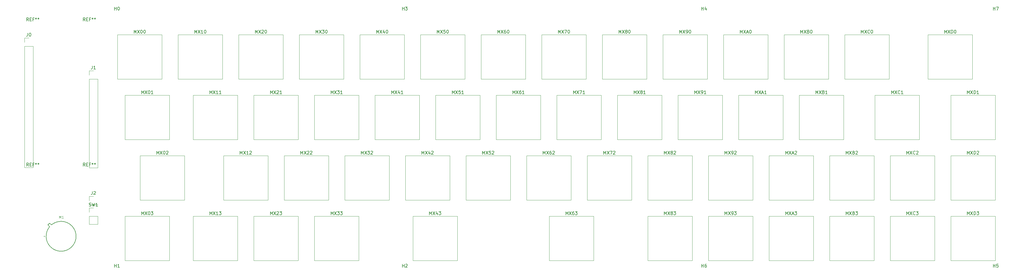
<source format=gbr>
G04 #@! TF.GenerationSoftware,KiCad,Pcbnew,(5.1.5)-3*
G04 #@! TF.CreationDate,2021-01-28T08:37:11+08:00*
G04 #@! TF.ProjectId,k54,6b35342e-6b69-4636-9164-5f7063625858,rev?*
G04 #@! TF.SameCoordinates,Original*
G04 #@! TF.FileFunction,Legend,Top*
G04 #@! TF.FilePolarity,Positive*
%FSLAX46Y46*%
G04 Gerber Fmt 4.6, Leading zero omitted, Abs format (unit mm)*
G04 Created by KiCad (PCBNEW (5.1.5)-3) date 2021-01-28 08:37:11*
%MOMM*%
%LPD*%
G04 APERTURE LIST*
%ADD10C,0.127000*%
%ADD11C,0.200000*%
%ADD12C,0.120000*%
%ADD13C,0.150000*%
%ADD14C,0.015000*%
G04 APERTURE END LIST*
D10*
X267615140Y-252940830D02*
X268180830Y-253506510D01*
X268180830Y-252375140D02*
X267615140Y-252940830D01*
X268746510Y-252940830D02*
X268180830Y-252375140D01*
X275110470Y-253209529D02*
G75*
G03X268746510Y-252940830I-3328445J-3334573D01*
G01*
X275110470Y-259870470D02*
G75*
G03X275110470Y-253209530I-3330470J3330470D01*
G01*
X268449530Y-259870470D02*
G75*
G03X275110470Y-259870470I3330470J3330470D01*
G01*
X268180830Y-253506510D02*
G75*
G03X268449530Y-259870470I3603771J-3035494D01*
G01*
D11*
X266600000Y-256540000D02*
G75*
G03X266600000Y-256540000I-100000J0D01*
G01*
D12*
X280610000Y-247590000D02*
X281940000Y-247590000D01*
X280610000Y-248920000D02*
X280610000Y-247590000D01*
X280610000Y-250190000D02*
X283270000Y-250190000D01*
X283270000Y-250190000D02*
X283270000Y-252790000D01*
X280610000Y-250190000D02*
X280610000Y-252790000D01*
X280610000Y-252790000D02*
X283270000Y-252790000D01*
X551418125Y-264160000D02*
X551418125Y-250190000D01*
X565388125Y-264160000D02*
X551418125Y-264160000D01*
X565388125Y-250190000D02*
X565388125Y-264160000D01*
X551418125Y-250190000D02*
X565388125Y-250190000D01*
X551418125Y-245110000D02*
X551418125Y-231140000D01*
X565388125Y-245110000D02*
X551418125Y-245110000D01*
X565388125Y-231140000D02*
X565388125Y-245110000D01*
X551418125Y-231140000D02*
X565388125Y-231140000D01*
X551418125Y-226060000D02*
X551418125Y-212090000D01*
X565388125Y-226060000D02*
X551418125Y-226060000D01*
X565388125Y-212090000D02*
X565388125Y-226060000D01*
X551418125Y-212090000D02*
X565388125Y-212090000D01*
X544274375Y-207010000D02*
X544274375Y-193040000D01*
X558244375Y-207010000D02*
X544274375Y-207010000D01*
X558244375Y-193040000D02*
X558244375Y-207010000D01*
X544274375Y-193040000D02*
X558244375Y-193040000D01*
X532368125Y-264160000D02*
X532368125Y-250190000D01*
X546338125Y-264160000D02*
X532368125Y-264160000D01*
X546338125Y-250190000D02*
X546338125Y-264160000D01*
X532368125Y-250190000D02*
X546338125Y-250190000D01*
X532368125Y-245110000D02*
X532368125Y-231140000D01*
X546338125Y-245110000D02*
X532368125Y-245110000D01*
X546338125Y-231140000D02*
X546338125Y-245110000D01*
X532368125Y-231140000D02*
X546338125Y-231140000D01*
X527605625Y-226060000D02*
X527605625Y-212090000D01*
X541575625Y-226060000D02*
X527605625Y-226060000D01*
X541575625Y-212090000D02*
X541575625Y-226060000D01*
X527605625Y-212090000D02*
X541575625Y-212090000D01*
X518080625Y-207010000D02*
X518080625Y-193040000D01*
X532050625Y-207010000D02*
X518080625Y-207010000D01*
X532050625Y-193040000D02*
X532050625Y-207010000D01*
X518080625Y-193040000D02*
X532050625Y-193040000D01*
X513318125Y-264160000D02*
X513318125Y-250190000D01*
X527288125Y-264160000D02*
X513318125Y-264160000D01*
X527288125Y-250190000D02*
X527288125Y-264160000D01*
X513318125Y-250190000D02*
X527288125Y-250190000D01*
X513318125Y-245110000D02*
X513318125Y-231140000D01*
X527288125Y-245110000D02*
X513318125Y-245110000D01*
X527288125Y-231140000D02*
X527288125Y-245110000D01*
X513318125Y-231140000D02*
X527288125Y-231140000D01*
X503793125Y-226060000D02*
X503793125Y-212090000D01*
X517763125Y-226060000D02*
X503793125Y-226060000D01*
X517763125Y-212090000D02*
X517763125Y-226060000D01*
X503793125Y-212090000D02*
X517763125Y-212090000D01*
X499030625Y-207010000D02*
X499030625Y-193040000D01*
X513000625Y-207010000D02*
X499030625Y-207010000D01*
X513000625Y-193040000D02*
X513000625Y-207010000D01*
X499030625Y-193040000D02*
X513000625Y-193040000D01*
X494268125Y-264160000D02*
X494268125Y-250190000D01*
X508238125Y-264160000D02*
X494268125Y-264160000D01*
X508238125Y-250190000D02*
X508238125Y-264160000D01*
X494268125Y-250190000D02*
X508238125Y-250190000D01*
X494268125Y-245110000D02*
X494268125Y-231140000D01*
X508238125Y-245110000D02*
X494268125Y-245110000D01*
X508238125Y-231140000D02*
X508238125Y-245110000D01*
X494268125Y-231140000D02*
X508238125Y-231140000D01*
X484743125Y-226060000D02*
X484743125Y-212090000D01*
X498713125Y-226060000D02*
X484743125Y-226060000D01*
X498713125Y-212090000D02*
X498713125Y-226060000D01*
X484743125Y-212090000D02*
X498713125Y-212090000D01*
X479980625Y-207010000D02*
X479980625Y-193040000D01*
X493950625Y-207010000D02*
X479980625Y-207010000D01*
X493950625Y-193040000D02*
X493950625Y-207010000D01*
X479980625Y-193040000D02*
X493950625Y-193040000D01*
X475218125Y-264160000D02*
X475218125Y-250190000D01*
X489188125Y-264160000D02*
X475218125Y-264160000D01*
X489188125Y-250190000D02*
X489188125Y-264160000D01*
X475218125Y-250190000D02*
X489188125Y-250190000D01*
X475218125Y-245110000D02*
X475218125Y-231140000D01*
X489188125Y-245110000D02*
X475218125Y-245110000D01*
X489188125Y-231140000D02*
X489188125Y-245110000D01*
X475218125Y-231140000D02*
X489188125Y-231140000D01*
X465693125Y-226060000D02*
X465693125Y-212090000D01*
X479663125Y-226060000D02*
X465693125Y-226060000D01*
X479663125Y-212090000D02*
X479663125Y-226060000D01*
X465693125Y-212090000D02*
X479663125Y-212090000D01*
X460930625Y-207010000D02*
X460930625Y-193040000D01*
X474900625Y-207010000D02*
X460930625Y-207010000D01*
X474900625Y-193040000D02*
X474900625Y-207010000D01*
X460930625Y-193040000D02*
X474900625Y-193040000D01*
X456168125Y-264160000D02*
X456168125Y-250190000D01*
X470138125Y-264160000D02*
X456168125Y-264160000D01*
X470138125Y-250190000D02*
X470138125Y-264160000D01*
X456168125Y-250190000D02*
X470138125Y-250190000D01*
X456168125Y-245110000D02*
X456168125Y-231140000D01*
X470138125Y-245110000D02*
X456168125Y-245110000D01*
X470138125Y-231140000D02*
X470138125Y-245110000D01*
X456168125Y-231140000D02*
X470138125Y-231140000D01*
X446643125Y-226060000D02*
X446643125Y-212090000D01*
X460613125Y-226060000D02*
X446643125Y-226060000D01*
X460613125Y-212090000D02*
X460613125Y-226060000D01*
X446643125Y-212090000D02*
X460613125Y-212090000D01*
X441880625Y-207010000D02*
X441880625Y-193040000D01*
X455850625Y-207010000D02*
X441880625Y-207010000D01*
X455850625Y-193040000D02*
X455850625Y-207010000D01*
X441880625Y-193040000D02*
X455850625Y-193040000D01*
X437118125Y-245110000D02*
X437118125Y-231140000D01*
X451088125Y-245110000D02*
X437118125Y-245110000D01*
X451088125Y-231140000D02*
X451088125Y-245110000D01*
X437118125Y-231140000D02*
X451088125Y-231140000D01*
X427593125Y-226060000D02*
X427593125Y-212090000D01*
X441563125Y-226060000D02*
X427593125Y-226060000D01*
X441563125Y-212090000D02*
X441563125Y-226060000D01*
X427593125Y-212090000D02*
X441563125Y-212090000D01*
X422830625Y-207010000D02*
X422830625Y-193040000D01*
X436800625Y-207010000D02*
X422830625Y-207010000D01*
X436800625Y-193040000D02*
X436800625Y-207010000D01*
X422830625Y-193040000D02*
X436800625Y-193040000D01*
X425211875Y-264160000D02*
X425211875Y-250190000D01*
X439181875Y-264160000D02*
X425211875Y-264160000D01*
X439181875Y-250190000D02*
X439181875Y-264160000D01*
X425211875Y-250190000D02*
X439181875Y-250190000D01*
X418068125Y-245110000D02*
X418068125Y-231140000D01*
X432038125Y-245110000D02*
X418068125Y-245110000D01*
X432038125Y-231140000D02*
X432038125Y-245110000D01*
X418068125Y-231140000D02*
X432038125Y-231140000D01*
X408543125Y-226060000D02*
X408543125Y-212090000D01*
X422513125Y-226060000D02*
X408543125Y-226060000D01*
X422513125Y-212090000D02*
X422513125Y-226060000D01*
X408543125Y-212090000D02*
X422513125Y-212090000D01*
X403780625Y-207010000D02*
X403780625Y-193040000D01*
X417750625Y-207010000D02*
X403780625Y-207010000D01*
X417750625Y-193040000D02*
X417750625Y-207010000D01*
X403780625Y-193040000D02*
X417750625Y-193040000D01*
X399018125Y-245110000D02*
X399018125Y-231140000D01*
X412988125Y-245110000D02*
X399018125Y-245110000D01*
X412988125Y-231140000D02*
X412988125Y-245110000D01*
X399018125Y-231140000D02*
X412988125Y-231140000D01*
X389493125Y-226060000D02*
X389493125Y-212090000D01*
X403463125Y-226060000D02*
X389493125Y-226060000D01*
X403463125Y-212090000D02*
X403463125Y-226060000D01*
X389493125Y-212090000D02*
X403463125Y-212090000D01*
X384730625Y-207010000D02*
X384730625Y-193040000D01*
X398700625Y-207010000D02*
X384730625Y-207010000D01*
X398700625Y-193040000D02*
X398700625Y-207010000D01*
X384730625Y-193040000D02*
X398700625Y-193040000D01*
X382349375Y-264160000D02*
X382349375Y-250190000D01*
X396319375Y-264160000D02*
X382349375Y-264160000D01*
X396319375Y-250190000D02*
X396319375Y-264160000D01*
X382349375Y-250190000D02*
X396319375Y-250190000D01*
X379968125Y-245110000D02*
X379968125Y-231140000D01*
X393938125Y-245110000D02*
X379968125Y-245110000D01*
X393938125Y-231140000D02*
X393938125Y-245110000D01*
X379968125Y-231140000D02*
X393938125Y-231140000D01*
X370443125Y-226060000D02*
X370443125Y-212090000D01*
X384413125Y-226060000D02*
X370443125Y-226060000D01*
X384413125Y-212090000D02*
X384413125Y-226060000D01*
X370443125Y-212090000D02*
X384413125Y-212090000D01*
X365680625Y-207010000D02*
X365680625Y-193040000D01*
X379650625Y-207010000D02*
X365680625Y-207010000D01*
X379650625Y-193040000D02*
X379650625Y-207010000D01*
X365680625Y-193040000D02*
X379650625Y-193040000D01*
X351393125Y-264160000D02*
X351393125Y-250190000D01*
X365363125Y-264160000D02*
X351393125Y-264160000D01*
X365363125Y-250190000D02*
X365363125Y-264160000D01*
X351393125Y-250190000D02*
X365363125Y-250190000D01*
X360918125Y-245110000D02*
X360918125Y-231140000D01*
X374888125Y-245110000D02*
X360918125Y-245110000D01*
X374888125Y-231140000D02*
X374888125Y-245110000D01*
X360918125Y-231140000D02*
X374888125Y-231140000D01*
X351393125Y-226060000D02*
X351393125Y-212090000D01*
X365363125Y-226060000D02*
X351393125Y-226060000D01*
X365363125Y-212090000D02*
X365363125Y-226060000D01*
X351393125Y-212090000D02*
X365363125Y-212090000D01*
X346630625Y-207010000D02*
X346630625Y-193040000D01*
X360600625Y-207010000D02*
X346630625Y-207010000D01*
X360600625Y-193040000D02*
X360600625Y-207010000D01*
X346630625Y-193040000D02*
X360600625Y-193040000D01*
X332343125Y-264160000D02*
X332343125Y-250190000D01*
X346313125Y-264160000D02*
X332343125Y-264160000D01*
X346313125Y-250190000D02*
X346313125Y-264160000D01*
X332343125Y-250190000D02*
X346313125Y-250190000D01*
X341868125Y-245110000D02*
X341868125Y-231140000D01*
X355838125Y-245110000D02*
X341868125Y-245110000D01*
X355838125Y-231140000D02*
X355838125Y-245110000D01*
X341868125Y-231140000D02*
X355838125Y-231140000D01*
X332343125Y-226060000D02*
X332343125Y-212090000D01*
X346313125Y-226060000D02*
X332343125Y-226060000D01*
X346313125Y-212090000D02*
X346313125Y-226060000D01*
X332343125Y-212090000D02*
X346313125Y-212090000D01*
X327580625Y-207010000D02*
X327580625Y-193040000D01*
X341550625Y-207010000D02*
X327580625Y-207010000D01*
X341550625Y-193040000D02*
X341550625Y-207010000D01*
X327580625Y-193040000D02*
X341550625Y-193040000D01*
X313293125Y-264160000D02*
X313293125Y-250190000D01*
X327263125Y-264160000D02*
X313293125Y-264160000D01*
X327263125Y-250190000D02*
X327263125Y-264160000D01*
X313293125Y-250190000D02*
X327263125Y-250190000D01*
X322818125Y-245110000D02*
X322818125Y-231140000D01*
X336788125Y-245110000D02*
X322818125Y-245110000D01*
X336788125Y-231140000D02*
X336788125Y-245110000D01*
X322818125Y-231140000D02*
X336788125Y-231140000D01*
X313293125Y-226060000D02*
X313293125Y-212090000D01*
X327263125Y-226060000D02*
X313293125Y-226060000D01*
X327263125Y-212090000D02*
X327263125Y-226060000D01*
X313293125Y-212090000D02*
X327263125Y-212090000D01*
X308530625Y-207010000D02*
X308530625Y-193040000D01*
X322500625Y-207010000D02*
X308530625Y-207010000D01*
X322500625Y-193040000D02*
X322500625Y-207010000D01*
X308530625Y-193040000D02*
X322500625Y-193040000D01*
X291861875Y-264160000D02*
X291861875Y-250190000D01*
X305831875Y-264160000D02*
X291861875Y-264160000D01*
X305831875Y-250190000D02*
X305831875Y-264160000D01*
X291861875Y-250190000D02*
X305831875Y-250190000D01*
X296624375Y-245110000D02*
X296624375Y-231140000D01*
X310594375Y-245110000D02*
X296624375Y-245110000D01*
X310594375Y-231140000D02*
X310594375Y-245110000D01*
X296624375Y-231140000D02*
X310594375Y-231140000D01*
X291861875Y-226060000D02*
X291861875Y-212090000D01*
X305831875Y-226060000D02*
X291861875Y-226060000D01*
X305831875Y-212090000D02*
X305831875Y-226060000D01*
X291861875Y-212090000D02*
X305831875Y-212090000D01*
X289480625Y-207010000D02*
X289480625Y-193040000D01*
X303450625Y-207010000D02*
X289480625Y-207010000D01*
X303450625Y-193040000D02*
X303450625Y-207010000D01*
X289480625Y-193040000D02*
X303450625Y-193040000D01*
X280607780Y-243938750D02*
X281937780Y-243938750D01*
X280607780Y-245268750D02*
X280607780Y-243938750D01*
X280607780Y-246538750D02*
X283267780Y-246538750D01*
X283267780Y-246538750D02*
X283267780Y-246598750D01*
X280607780Y-246538750D02*
X280607780Y-246598750D01*
X280607780Y-246598750D02*
X283267780Y-246598750D01*
X280610000Y-204410000D02*
X281940000Y-204410000D01*
X280610000Y-205740000D02*
X280610000Y-204410000D01*
X280610000Y-207010000D02*
X283270000Y-207010000D01*
X283270000Y-207010000D02*
X283270000Y-235010000D01*
X280610000Y-207010000D02*
X280610000Y-235010000D01*
X280610000Y-235010000D02*
X283270000Y-235010000D01*
X260290000Y-194091250D02*
X261620000Y-194091250D01*
X260290000Y-195421250D02*
X260290000Y-194091250D01*
X260290000Y-196691250D02*
X262950000Y-196691250D01*
X262950000Y-196691250D02*
X262950000Y-234851250D01*
X260290000Y-196691250D02*
X260290000Y-234851250D01*
X260290000Y-234851250D02*
X262950000Y-234851250D01*
D13*
X261556666Y-234442380D02*
X261223333Y-233966190D01*
X260985238Y-234442380D02*
X260985238Y-233442380D01*
X261366190Y-233442380D01*
X261461428Y-233490000D01*
X261509047Y-233537619D01*
X261556666Y-233632857D01*
X261556666Y-233775714D01*
X261509047Y-233870952D01*
X261461428Y-233918571D01*
X261366190Y-233966190D01*
X260985238Y-233966190D01*
X261985238Y-233918571D02*
X262318571Y-233918571D01*
X262461428Y-234442380D02*
X261985238Y-234442380D01*
X261985238Y-233442380D01*
X262461428Y-233442380D01*
X263223333Y-233918571D02*
X262890000Y-233918571D01*
X262890000Y-234442380D02*
X262890000Y-233442380D01*
X263366190Y-233442380D01*
X263890000Y-233442380D02*
X263890000Y-233680476D01*
X263651904Y-233585238D02*
X263890000Y-233680476D01*
X264128095Y-233585238D01*
X263747142Y-233870952D02*
X263890000Y-233680476D01*
X264032857Y-233870952D01*
X264651904Y-233442380D02*
X264651904Y-233680476D01*
X264413809Y-233585238D02*
X264651904Y-233680476D01*
X264890000Y-233585238D01*
X264509047Y-233870952D02*
X264651904Y-233680476D01*
X264794761Y-233870952D01*
X279336666Y-234442380D02*
X279003333Y-233966190D01*
X278765238Y-234442380D02*
X278765238Y-233442380D01*
X279146190Y-233442380D01*
X279241428Y-233490000D01*
X279289047Y-233537619D01*
X279336666Y-233632857D01*
X279336666Y-233775714D01*
X279289047Y-233870952D01*
X279241428Y-233918571D01*
X279146190Y-233966190D01*
X278765238Y-233966190D01*
X279765238Y-233918571D02*
X280098571Y-233918571D01*
X280241428Y-234442380D02*
X279765238Y-234442380D01*
X279765238Y-233442380D01*
X280241428Y-233442380D01*
X281003333Y-233918571D02*
X280670000Y-233918571D01*
X280670000Y-234442380D02*
X280670000Y-233442380D01*
X281146190Y-233442380D01*
X281670000Y-233442380D02*
X281670000Y-233680476D01*
X281431904Y-233585238D02*
X281670000Y-233680476D01*
X281908095Y-233585238D01*
X281527142Y-233870952D02*
X281670000Y-233680476D01*
X281812857Y-233870952D01*
X282431904Y-233442380D02*
X282431904Y-233680476D01*
X282193809Y-233585238D02*
X282431904Y-233680476D01*
X282670000Y-233585238D01*
X282289047Y-233870952D02*
X282431904Y-233680476D01*
X282574761Y-233870952D01*
X279336666Y-188722380D02*
X279003333Y-188246190D01*
X278765238Y-188722380D02*
X278765238Y-187722380D01*
X279146190Y-187722380D01*
X279241428Y-187770000D01*
X279289047Y-187817619D01*
X279336666Y-187912857D01*
X279336666Y-188055714D01*
X279289047Y-188150952D01*
X279241428Y-188198571D01*
X279146190Y-188246190D01*
X278765238Y-188246190D01*
X279765238Y-188198571D02*
X280098571Y-188198571D01*
X280241428Y-188722380D02*
X279765238Y-188722380D01*
X279765238Y-187722380D01*
X280241428Y-187722380D01*
X281003333Y-188198571D02*
X280670000Y-188198571D01*
X280670000Y-188722380D02*
X280670000Y-187722380D01*
X281146190Y-187722380D01*
X281670000Y-187722380D02*
X281670000Y-187960476D01*
X281431904Y-187865238D02*
X281670000Y-187960476D01*
X281908095Y-187865238D01*
X281527142Y-188150952D02*
X281670000Y-187960476D01*
X281812857Y-188150952D01*
X282431904Y-187722380D02*
X282431904Y-187960476D01*
X282193809Y-187865238D02*
X282431904Y-187960476D01*
X282670000Y-187865238D01*
X282289047Y-188150952D02*
X282431904Y-187960476D01*
X282574761Y-188150952D01*
X261556666Y-188722380D02*
X261223333Y-188246190D01*
X260985238Y-188722380D02*
X260985238Y-187722380D01*
X261366190Y-187722380D01*
X261461428Y-187770000D01*
X261509047Y-187817619D01*
X261556666Y-187912857D01*
X261556666Y-188055714D01*
X261509047Y-188150952D01*
X261461428Y-188198571D01*
X261366190Y-188246190D01*
X260985238Y-188246190D01*
X261985238Y-188198571D02*
X262318571Y-188198571D01*
X262461428Y-188722380D02*
X261985238Y-188722380D01*
X261985238Y-187722380D01*
X262461428Y-187722380D01*
X263223333Y-188198571D02*
X262890000Y-188198571D01*
X262890000Y-188722380D02*
X262890000Y-187722380D01*
X263366190Y-187722380D01*
X263890000Y-187722380D02*
X263890000Y-187960476D01*
X263651904Y-187865238D02*
X263890000Y-187960476D01*
X264128095Y-187865238D01*
X263747142Y-188150952D02*
X263890000Y-187960476D01*
X264032857Y-188150952D01*
X264651904Y-187722380D02*
X264651904Y-187960476D01*
X264413809Y-187865238D02*
X264651904Y-187960476D01*
X264890000Y-187865238D01*
X264509047Y-188150952D02*
X264651904Y-187960476D01*
X264794761Y-188150952D01*
D14*
X271172380Y-250893904D02*
X271172380Y-250093904D01*
X271439047Y-250665333D01*
X271705714Y-250093904D01*
X271705714Y-250893904D01*
X272505714Y-250893904D02*
X272048571Y-250893904D01*
X272277142Y-250893904D02*
X272277142Y-250093904D01*
X272200952Y-250208190D01*
X272124761Y-250284380D01*
X272048571Y-250322476D01*
D13*
X280606666Y-246994761D02*
X280749523Y-247042380D01*
X280987619Y-247042380D01*
X281082857Y-246994761D01*
X281130476Y-246947142D01*
X281178095Y-246851904D01*
X281178095Y-246756666D01*
X281130476Y-246661428D01*
X281082857Y-246613809D01*
X280987619Y-246566190D01*
X280797142Y-246518571D01*
X280701904Y-246470952D01*
X280654285Y-246423333D01*
X280606666Y-246328095D01*
X280606666Y-246232857D01*
X280654285Y-246137619D01*
X280701904Y-246090000D01*
X280797142Y-246042380D01*
X281035238Y-246042380D01*
X281178095Y-246090000D01*
X281511428Y-246042380D02*
X281749523Y-247042380D01*
X281940000Y-246328095D01*
X282130476Y-247042380D01*
X282368571Y-246042380D01*
X283273333Y-247042380D02*
X282701904Y-247042380D01*
X282987619Y-247042380D02*
X282987619Y-246042380D01*
X282892380Y-246185238D01*
X282797142Y-246280476D01*
X282701904Y-246328095D01*
X556617410Y-249753380D02*
X556617410Y-248753380D01*
X556950744Y-249467666D01*
X557284077Y-248753380D01*
X557284077Y-249753380D01*
X557665029Y-248753380D02*
X558331696Y-249753380D01*
X558331696Y-248753380D02*
X557665029Y-249753380D01*
X558712648Y-249753380D02*
X558712648Y-248753380D01*
X558950744Y-248753380D01*
X559093601Y-248801000D01*
X559188839Y-248896238D01*
X559236458Y-248991476D01*
X559284077Y-249181952D01*
X559284077Y-249324809D01*
X559236458Y-249515285D01*
X559188839Y-249610523D01*
X559093601Y-249705761D01*
X558950744Y-249753380D01*
X558712648Y-249753380D01*
X559617410Y-248753380D02*
X560236458Y-248753380D01*
X559903125Y-249134333D01*
X560045982Y-249134333D01*
X560141220Y-249181952D01*
X560188839Y-249229571D01*
X560236458Y-249324809D01*
X560236458Y-249562904D01*
X560188839Y-249658142D01*
X560141220Y-249705761D01*
X560045982Y-249753380D01*
X559760267Y-249753380D01*
X559665029Y-249705761D01*
X559617410Y-249658142D01*
X556617410Y-230703380D02*
X556617410Y-229703380D01*
X556950744Y-230417666D01*
X557284077Y-229703380D01*
X557284077Y-230703380D01*
X557665029Y-229703380D02*
X558331696Y-230703380D01*
X558331696Y-229703380D02*
X557665029Y-230703380D01*
X558712648Y-230703380D02*
X558712648Y-229703380D01*
X558950744Y-229703380D01*
X559093601Y-229751000D01*
X559188839Y-229846238D01*
X559236458Y-229941476D01*
X559284077Y-230131952D01*
X559284077Y-230274809D01*
X559236458Y-230465285D01*
X559188839Y-230560523D01*
X559093601Y-230655761D01*
X558950744Y-230703380D01*
X558712648Y-230703380D01*
X559665029Y-229798619D02*
X559712648Y-229751000D01*
X559807886Y-229703380D01*
X560045982Y-229703380D01*
X560141220Y-229751000D01*
X560188839Y-229798619D01*
X560236458Y-229893857D01*
X560236458Y-229989095D01*
X560188839Y-230131952D01*
X559617410Y-230703380D01*
X560236458Y-230703380D01*
X556617410Y-211653380D02*
X556617410Y-210653380D01*
X556950744Y-211367666D01*
X557284077Y-210653380D01*
X557284077Y-211653380D01*
X557665029Y-210653380D02*
X558331696Y-211653380D01*
X558331696Y-210653380D02*
X557665029Y-211653380D01*
X558712648Y-211653380D02*
X558712648Y-210653380D01*
X558950744Y-210653380D01*
X559093601Y-210701000D01*
X559188839Y-210796238D01*
X559236458Y-210891476D01*
X559284077Y-211081952D01*
X559284077Y-211224809D01*
X559236458Y-211415285D01*
X559188839Y-211510523D01*
X559093601Y-211605761D01*
X558950744Y-211653380D01*
X558712648Y-211653380D01*
X560236458Y-211653380D02*
X559665029Y-211653380D01*
X559950744Y-211653380D02*
X559950744Y-210653380D01*
X559855505Y-210796238D01*
X559760267Y-210891476D01*
X559665029Y-210939095D01*
X549473660Y-192603380D02*
X549473660Y-191603380D01*
X549806994Y-192317666D01*
X550140327Y-191603380D01*
X550140327Y-192603380D01*
X550521279Y-191603380D02*
X551187946Y-192603380D01*
X551187946Y-191603380D02*
X550521279Y-192603380D01*
X551568898Y-192603380D02*
X551568898Y-191603380D01*
X551806994Y-191603380D01*
X551949851Y-191651000D01*
X552045089Y-191746238D01*
X552092708Y-191841476D01*
X552140327Y-192031952D01*
X552140327Y-192174809D01*
X552092708Y-192365285D01*
X552045089Y-192460523D01*
X551949851Y-192555761D01*
X551806994Y-192603380D01*
X551568898Y-192603380D01*
X552759375Y-191603380D02*
X552854613Y-191603380D01*
X552949851Y-191651000D01*
X552997470Y-191698619D01*
X553045089Y-191793857D01*
X553092708Y-191984333D01*
X553092708Y-192222428D01*
X553045089Y-192412904D01*
X552997470Y-192508142D01*
X552949851Y-192555761D01*
X552854613Y-192603380D01*
X552759375Y-192603380D01*
X552664136Y-192555761D01*
X552616517Y-192508142D01*
X552568898Y-192412904D01*
X552521279Y-192222428D01*
X552521279Y-191984333D01*
X552568898Y-191793857D01*
X552616517Y-191698619D01*
X552664136Y-191651000D01*
X552759375Y-191603380D01*
X537567410Y-249753380D02*
X537567410Y-248753380D01*
X537900744Y-249467666D01*
X538234077Y-248753380D01*
X538234077Y-249753380D01*
X538615029Y-248753380D02*
X539281696Y-249753380D01*
X539281696Y-248753380D02*
X538615029Y-249753380D01*
X540234077Y-249658142D02*
X540186458Y-249705761D01*
X540043601Y-249753380D01*
X539948363Y-249753380D01*
X539805505Y-249705761D01*
X539710267Y-249610523D01*
X539662648Y-249515285D01*
X539615029Y-249324809D01*
X539615029Y-249181952D01*
X539662648Y-248991476D01*
X539710267Y-248896238D01*
X539805505Y-248801000D01*
X539948363Y-248753380D01*
X540043601Y-248753380D01*
X540186458Y-248801000D01*
X540234077Y-248848619D01*
X540567410Y-248753380D02*
X541186458Y-248753380D01*
X540853125Y-249134333D01*
X540995982Y-249134333D01*
X541091220Y-249181952D01*
X541138839Y-249229571D01*
X541186458Y-249324809D01*
X541186458Y-249562904D01*
X541138839Y-249658142D01*
X541091220Y-249705761D01*
X540995982Y-249753380D01*
X540710267Y-249753380D01*
X540615029Y-249705761D01*
X540567410Y-249658142D01*
X537567410Y-230703380D02*
X537567410Y-229703380D01*
X537900744Y-230417666D01*
X538234077Y-229703380D01*
X538234077Y-230703380D01*
X538615029Y-229703380D02*
X539281696Y-230703380D01*
X539281696Y-229703380D02*
X538615029Y-230703380D01*
X540234077Y-230608142D02*
X540186458Y-230655761D01*
X540043601Y-230703380D01*
X539948363Y-230703380D01*
X539805505Y-230655761D01*
X539710267Y-230560523D01*
X539662648Y-230465285D01*
X539615029Y-230274809D01*
X539615029Y-230131952D01*
X539662648Y-229941476D01*
X539710267Y-229846238D01*
X539805505Y-229751000D01*
X539948363Y-229703380D01*
X540043601Y-229703380D01*
X540186458Y-229751000D01*
X540234077Y-229798619D01*
X540615029Y-229798619D02*
X540662648Y-229751000D01*
X540757886Y-229703380D01*
X540995982Y-229703380D01*
X541091220Y-229751000D01*
X541138839Y-229798619D01*
X541186458Y-229893857D01*
X541186458Y-229989095D01*
X541138839Y-230131952D01*
X540567410Y-230703380D01*
X541186458Y-230703380D01*
X532804910Y-211653380D02*
X532804910Y-210653380D01*
X533138244Y-211367666D01*
X533471577Y-210653380D01*
X533471577Y-211653380D01*
X533852529Y-210653380D02*
X534519196Y-211653380D01*
X534519196Y-210653380D02*
X533852529Y-211653380D01*
X535471577Y-211558142D02*
X535423958Y-211605761D01*
X535281101Y-211653380D01*
X535185863Y-211653380D01*
X535043005Y-211605761D01*
X534947767Y-211510523D01*
X534900148Y-211415285D01*
X534852529Y-211224809D01*
X534852529Y-211081952D01*
X534900148Y-210891476D01*
X534947767Y-210796238D01*
X535043005Y-210701000D01*
X535185863Y-210653380D01*
X535281101Y-210653380D01*
X535423958Y-210701000D01*
X535471577Y-210748619D01*
X536423958Y-211653380D02*
X535852529Y-211653380D01*
X536138244Y-211653380D02*
X536138244Y-210653380D01*
X536043005Y-210796238D01*
X535947767Y-210891476D01*
X535852529Y-210939095D01*
X523279910Y-192603380D02*
X523279910Y-191603380D01*
X523613244Y-192317666D01*
X523946577Y-191603380D01*
X523946577Y-192603380D01*
X524327529Y-191603380D02*
X524994196Y-192603380D01*
X524994196Y-191603380D02*
X524327529Y-192603380D01*
X525946577Y-192508142D02*
X525898958Y-192555761D01*
X525756101Y-192603380D01*
X525660863Y-192603380D01*
X525518005Y-192555761D01*
X525422767Y-192460523D01*
X525375148Y-192365285D01*
X525327529Y-192174809D01*
X525327529Y-192031952D01*
X525375148Y-191841476D01*
X525422767Y-191746238D01*
X525518005Y-191651000D01*
X525660863Y-191603380D01*
X525756101Y-191603380D01*
X525898958Y-191651000D01*
X525946577Y-191698619D01*
X526565625Y-191603380D02*
X526660863Y-191603380D01*
X526756101Y-191651000D01*
X526803720Y-191698619D01*
X526851339Y-191793857D01*
X526898958Y-191984333D01*
X526898958Y-192222428D01*
X526851339Y-192412904D01*
X526803720Y-192508142D01*
X526756101Y-192555761D01*
X526660863Y-192603380D01*
X526565625Y-192603380D01*
X526470386Y-192555761D01*
X526422767Y-192508142D01*
X526375148Y-192412904D01*
X526327529Y-192222428D01*
X526327529Y-191984333D01*
X526375148Y-191793857D01*
X526422767Y-191698619D01*
X526470386Y-191651000D01*
X526565625Y-191603380D01*
X518517410Y-249753380D02*
X518517410Y-248753380D01*
X518850744Y-249467666D01*
X519184077Y-248753380D01*
X519184077Y-249753380D01*
X519565029Y-248753380D02*
X520231696Y-249753380D01*
X520231696Y-248753380D02*
X519565029Y-249753380D01*
X520945982Y-249229571D02*
X521088839Y-249277190D01*
X521136458Y-249324809D01*
X521184077Y-249420047D01*
X521184077Y-249562904D01*
X521136458Y-249658142D01*
X521088839Y-249705761D01*
X520993601Y-249753380D01*
X520612648Y-249753380D01*
X520612648Y-248753380D01*
X520945982Y-248753380D01*
X521041220Y-248801000D01*
X521088839Y-248848619D01*
X521136458Y-248943857D01*
X521136458Y-249039095D01*
X521088839Y-249134333D01*
X521041220Y-249181952D01*
X520945982Y-249229571D01*
X520612648Y-249229571D01*
X521517410Y-248753380D02*
X522136458Y-248753380D01*
X521803125Y-249134333D01*
X521945982Y-249134333D01*
X522041220Y-249181952D01*
X522088839Y-249229571D01*
X522136458Y-249324809D01*
X522136458Y-249562904D01*
X522088839Y-249658142D01*
X522041220Y-249705761D01*
X521945982Y-249753380D01*
X521660267Y-249753380D01*
X521565029Y-249705761D01*
X521517410Y-249658142D01*
X518517410Y-230703380D02*
X518517410Y-229703380D01*
X518850744Y-230417666D01*
X519184077Y-229703380D01*
X519184077Y-230703380D01*
X519565029Y-229703380D02*
X520231696Y-230703380D01*
X520231696Y-229703380D02*
X519565029Y-230703380D01*
X520945982Y-230179571D02*
X521088839Y-230227190D01*
X521136458Y-230274809D01*
X521184077Y-230370047D01*
X521184077Y-230512904D01*
X521136458Y-230608142D01*
X521088839Y-230655761D01*
X520993601Y-230703380D01*
X520612648Y-230703380D01*
X520612648Y-229703380D01*
X520945982Y-229703380D01*
X521041220Y-229751000D01*
X521088839Y-229798619D01*
X521136458Y-229893857D01*
X521136458Y-229989095D01*
X521088839Y-230084333D01*
X521041220Y-230131952D01*
X520945982Y-230179571D01*
X520612648Y-230179571D01*
X521565029Y-229798619D02*
X521612648Y-229751000D01*
X521707886Y-229703380D01*
X521945982Y-229703380D01*
X522041220Y-229751000D01*
X522088839Y-229798619D01*
X522136458Y-229893857D01*
X522136458Y-229989095D01*
X522088839Y-230131952D01*
X521517410Y-230703380D01*
X522136458Y-230703380D01*
X508992410Y-211653380D02*
X508992410Y-210653380D01*
X509325744Y-211367666D01*
X509659077Y-210653380D01*
X509659077Y-211653380D01*
X510040029Y-210653380D02*
X510706696Y-211653380D01*
X510706696Y-210653380D02*
X510040029Y-211653380D01*
X511420982Y-211129571D02*
X511563839Y-211177190D01*
X511611458Y-211224809D01*
X511659077Y-211320047D01*
X511659077Y-211462904D01*
X511611458Y-211558142D01*
X511563839Y-211605761D01*
X511468601Y-211653380D01*
X511087648Y-211653380D01*
X511087648Y-210653380D01*
X511420982Y-210653380D01*
X511516220Y-210701000D01*
X511563839Y-210748619D01*
X511611458Y-210843857D01*
X511611458Y-210939095D01*
X511563839Y-211034333D01*
X511516220Y-211081952D01*
X511420982Y-211129571D01*
X511087648Y-211129571D01*
X512611458Y-211653380D02*
X512040029Y-211653380D01*
X512325744Y-211653380D02*
X512325744Y-210653380D01*
X512230505Y-210796238D01*
X512135267Y-210891476D01*
X512040029Y-210939095D01*
X504229910Y-192603380D02*
X504229910Y-191603380D01*
X504563244Y-192317666D01*
X504896577Y-191603380D01*
X504896577Y-192603380D01*
X505277529Y-191603380D02*
X505944196Y-192603380D01*
X505944196Y-191603380D02*
X505277529Y-192603380D01*
X506658482Y-192079571D02*
X506801339Y-192127190D01*
X506848958Y-192174809D01*
X506896577Y-192270047D01*
X506896577Y-192412904D01*
X506848958Y-192508142D01*
X506801339Y-192555761D01*
X506706101Y-192603380D01*
X506325148Y-192603380D01*
X506325148Y-191603380D01*
X506658482Y-191603380D01*
X506753720Y-191651000D01*
X506801339Y-191698619D01*
X506848958Y-191793857D01*
X506848958Y-191889095D01*
X506801339Y-191984333D01*
X506753720Y-192031952D01*
X506658482Y-192079571D01*
X506325148Y-192079571D01*
X507515625Y-191603380D02*
X507610863Y-191603380D01*
X507706101Y-191651000D01*
X507753720Y-191698619D01*
X507801339Y-191793857D01*
X507848958Y-191984333D01*
X507848958Y-192222428D01*
X507801339Y-192412904D01*
X507753720Y-192508142D01*
X507706101Y-192555761D01*
X507610863Y-192603380D01*
X507515625Y-192603380D01*
X507420386Y-192555761D01*
X507372767Y-192508142D01*
X507325148Y-192412904D01*
X507277529Y-192222428D01*
X507277529Y-191984333D01*
X507325148Y-191793857D01*
X507372767Y-191698619D01*
X507420386Y-191651000D01*
X507515625Y-191603380D01*
X499538839Y-249753380D02*
X499538839Y-248753380D01*
X499872172Y-249467666D01*
X500205505Y-248753380D01*
X500205505Y-249753380D01*
X500586458Y-248753380D02*
X501253125Y-249753380D01*
X501253125Y-248753380D02*
X500586458Y-249753380D01*
X501586458Y-249467666D02*
X502062648Y-249467666D01*
X501491220Y-249753380D02*
X501824553Y-248753380D01*
X502157886Y-249753380D01*
X502395982Y-248753380D02*
X503015029Y-248753380D01*
X502681696Y-249134333D01*
X502824553Y-249134333D01*
X502919791Y-249181952D01*
X502967410Y-249229571D01*
X503015029Y-249324809D01*
X503015029Y-249562904D01*
X502967410Y-249658142D01*
X502919791Y-249705761D01*
X502824553Y-249753380D01*
X502538839Y-249753380D01*
X502443601Y-249705761D01*
X502395982Y-249658142D01*
X499538839Y-230703380D02*
X499538839Y-229703380D01*
X499872172Y-230417666D01*
X500205505Y-229703380D01*
X500205505Y-230703380D01*
X500586458Y-229703380D02*
X501253125Y-230703380D01*
X501253125Y-229703380D02*
X500586458Y-230703380D01*
X501586458Y-230417666D02*
X502062648Y-230417666D01*
X501491220Y-230703380D02*
X501824553Y-229703380D01*
X502157886Y-230703380D01*
X502443601Y-229798619D02*
X502491220Y-229751000D01*
X502586458Y-229703380D01*
X502824553Y-229703380D01*
X502919791Y-229751000D01*
X502967410Y-229798619D01*
X503015029Y-229893857D01*
X503015029Y-229989095D01*
X502967410Y-230131952D01*
X502395982Y-230703380D01*
X503015029Y-230703380D01*
X490013839Y-211653380D02*
X490013839Y-210653380D01*
X490347172Y-211367666D01*
X490680505Y-210653380D01*
X490680505Y-211653380D01*
X491061458Y-210653380D02*
X491728125Y-211653380D01*
X491728125Y-210653380D02*
X491061458Y-211653380D01*
X492061458Y-211367666D02*
X492537648Y-211367666D01*
X491966220Y-211653380D02*
X492299553Y-210653380D01*
X492632886Y-211653380D01*
X493490029Y-211653380D02*
X492918601Y-211653380D01*
X493204315Y-211653380D02*
X493204315Y-210653380D01*
X493109077Y-210796238D01*
X493013839Y-210891476D01*
X492918601Y-210939095D01*
X485251339Y-192603380D02*
X485251339Y-191603380D01*
X485584672Y-192317666D01*
X485918005Y-191603380D01*
X485918005Y-192603380D01*
X486298958Y-191603380D02*
X486965625Y-192603380D01*
X486965625Y-191603380D02*
X486298958Y-192603380D01*
X487298958Y-192317666D02*
X487775148Y-192317666D01*
X487203720Y-192603380D02*
X487537053Y-191603380D01*
X487870386Y-192603380D01*
X488394196Y-191603380D02*
X488489434Y-191603380D01*
X488584672Y-191651000D01*
X488632291Y-191698619D01*
X488679910Y-191793857D01*
X488727529Y-191984333D01*
X488727529Y-192222428D01*
X488679910Y-192412904D01*
X488632291Y-192508142D01*
X488584672Y-192555761D01*
X488489434Y-192603380D01*
X488394196Y-192603380D01*
X488298958Y-192555761D01*
X488251339Y-192508142D01*
X488203720Y-192412904D01*
X488156101Y-192222428D01*
X488156101Y-191984333D01*
X488203720Y-191793857D01*
X488251339Y-191698619D01*
X488298958Y-191651000D01*
X488394196Y-191603380D01*
X480441220Y-249753380D02*
X480441220Y-248753380D01*
X480774553Y-249467666D01*
X481107886Y-248753380D01*
X481107886Y-249753380D01*
X481488839Y-248753380D02*
X482155505Y-249753380D01*
X482155505Y-248753380D02*
X481488839Y-249753380D01*
X482584077Y-249753380D02*
X482774553Y-249753380D01*
X482869791Y-249705761D01*
X482917410Y-249658142D01*
X483012648Y-249515285D01*
X483060267Y-249324809D01*
X483060267Y-248943857D01*
X483012648Y-248848619D01*
X482965029Y-248801000D01*
X482869791Y-248753380D01*
X482679315Y-248753380D01*
X482584077Y-248801000D01*
X482536458Y-248848619D01*
X482488839Y-248943857D01*
X482488839Y-249181952D01*
X482536458Y-249277190D01*
X482584077Y-249324809D01*
X482679315Y-249372428D01*
X482869791Y-249372428D01*
X482965029Y-249324809D01*
X483012648Y-249277190D01*
X483060267Y-249181952D01*
X483393601Y-248753380D02*
X484012648Y-248753380D01*
X483679315Y-249134333D01*
X483822172Y-249134333D01*
X483917410Y-249181952D01*
X483965029Y-249229571D01*
X484012648Y-249324809D01*
X484012648Y-249562904D01*
X483965029Y-249658142D01*
X483917410Y-249705761D01*
X483822172Y-249753380D01*
X483536458Y-249753380D01*
X483441220Y-249705761D01*
X483393601Y-249658142D01*
X480441220Y-230703380D02*
X480441220Y-229703380D01*
X480774553Y-230417666D01*
X481107886Y-229703380D01*
X481107886Y-230703380D01*
X481488839Y-229703380D02*
X482155505Y-230703380D01*
X482155505Y-229703380D02*
X481488839Y-230703380D01*
X482584077Y-230703380D02*
X482774553Y-230703380D01*
X482869791Y-230655761D01*
X482917410Y-230608142D01*
X483012648Y-230465285D01*
X483060267Y-230274809D01*
X483060267Y-229893857D01*
X483012648Y-229798619D01*
X482965029Y-229751000D01*
X482869791Y-229703380D01*
X482679315Y-229703380D01*
X482584077Y-229751000D01*
X482536458Y-229798619D01*
X482488839Y-229893857D01*
X482488839Y-230131952D01*
X482536458Y-230227190D01*
X482584077Y-230274809D01*
X482679315Y-230322428D01*
X482869791Y-230322428D01*
X482965029Y-230274809D01*
X483012648Y-230227190D01*
X483060267Y-230131952D01*
X483441220Y-229798619D02*
X483488839Y-229751000D01*
X483584077Y-229703380D01*
X483822172Y-229703380D01*
X483917410Y-229751000D01*
X483965029Y-229798619D01*
X484012648Y-229893857D01*
X484012648Y-229989095D01*
X483965029Y-230131952D01*
X483393601Y-230703380D01*
X484012648Y-230703380D01*
X470916220Y-211653380D02*
X470916220Y-210653380D01*
X471249553Y-211367666D01*
X471582886Y-210653380D01*
X471582886Y-211653380D01*
X471963839Y-210653380D02*
X472630505Y-211653380D01*
X472630505Y-210653380D02*
X471963839Y-211653380D01*
X473059077Y-211653380D02*
X473249553Y-211653380D01*
X473344791Y-211605761D01*
X473392410Y-211558142D01*
X473487648Y-211415285D01*
X473535267Y-211224809D01*
X473535267Y-210843857D01*
X473487648Y-210748619D01*
X473440029Y-210701000D01*
X473344791Y-210653380D01*
X473154315Y-210653380D01*
X473059077Y-210701000D01*
X473011458Y-210748619D01*
X472963839Y-210843857D01*
X472963839Y-211081952D01*
X473011458Y-211177190D01*
X473059077Y-211224809D01*
X473154315Y-211272428D01*
X473344791Y-211272428D01*
X473440029Y-211224809D01*
X473487648Y-211177190D01*
X473535267Y-211081952D01*
X474487648Y-211653380D02*
X473916220Y-211653380D01*
X474201934Y-211653380D02*
X474201934Y-210653380D01*
X474106696Y-210796238D01*
X474011458Y-210891476D01*
X473916220Y-210939095D01*
X466153720Y-192603380D02*
X466153720Y-191603380D01*
X466487053Y-192317666D01*
X466820386Y-191603380D01*
X466820386Y-192603380D01*
X467201339Y-191603380D02*
X467868005Y-192603380D01*
X467868005Y-191603380D02*
X467201339Y-192603380D01*
X468296577Y-192603380D02*
X468487053Y-192603380D01*
X468582291Y-192555761D01*
X468629910Y-192508142D01*
X468725148Y-192365285D01*
X468772767Y-192174809D01*
X468772767Y-191793857D01*
X468725148Y-191698619D01*
X468677529Y-191651000D01*
X468582291Y-191603380D01*
X468391815Y-191603380D01*
X468296577Y-191651000D01*
X468248958Y-191698619D01*
X468201339Y-191793857D01*
X468201339Y-192031952D01*
X468248958Y-192127190D01*
X468296577Y-192174809D01*
X468391815Y-192222428D01*
X468582291Y-192222428D01*
X468677529Y-192174809D01*
X468725148Y-192127190D01*
X468772767Y-192031952D01*
X469391815Y-191603380D02*
X469487053Y-191603380D01*
X469582291Y-191651000D01*
X469629910Y-191698619D01*
X469677529Y-191793857D01*
X469725148Y-191984333D01*
X469725148Y-192222428D01*
X469677529Y-192412904D01*
X469629910Y-192508142D01*
X469582291Y-192555761D01*
X469487053Y-192603380D01*
X469391815Y-192603380D01*
X469296577Y-192555761D01*
X469248958Y-192508142D01*
X469201339Y-192412904D01*
X469153720Y-192222428D01*
X469153720Y-191984333D01*
X469201339Y-191793857D01*
X469248958Y-191698619D01*
X469296577Y-191651000D01*
X469391815Y-191603380D01*
X461391220Y-249753380D02*
X461391220Y-248753380D01*
X461724553Y-249467666D01*
X462057886Y-248753380D01*
X462057886Y-249753380D01*
X462438839Y-248753380D02*
X463105505Y-249753380D01*
X463105505Y-248753380D02*
X462438839Y-249753380D01*
X463629315Y-249181952D02*
X463534077Y-249134333D01*
X463486458Y-249086714D01*
X463438839Y-248991476D01*
X463438839Y-248943857D01*
X463486458Y-248848619D01*
X463534077Y-248801000D01*
X463629315Y-248753380D01*
X463819791Y-248753380D01*
X463915029Y-248801000D01*
X463962648Y-248848619D01*
X464010267Y-248943857D01*
X464010267Y-248991476D01*
X463962648Y-249086714D01*
X463915029Y-249134333D01*
X463819791Y-249181952D01*
X463629315Y-249181952D01*
X463534077Y-249229571D01*
X463486458Y-249277190D01*
X463438839Y-249372428D01*
X463438839Y-249562904D01*
X463486458Y-249658142D01*
X463534077Y-249705761D01*
X463629315Y-249753380D01*
X463819791Y-249753380D01*
X463915029Y-249705761D01*
X463962648Y-249658142D01*
X464010267Y-249562904D01*
X464010267Y-249372428D01*
X463962648Y-249277190D01*
X463915029Y-249229571D01*
X463819791Y-249181952D01*
X464343601Y-248753380D02*
X464962648Y-248753380D01*
X464629315Y-249134333D01*
X464772172Y-249134333D01*
X464867410Y-249181952D01*
X464915029Y-249229571D01*
X464962648Y-249324809D01*
X464962648Y-249562904D01*
X464915029Y-249658142D01*
X464867410Y-249705761D01*
X464772172Y-249753380D01*
X464486458Y-249753380D01*
X464391220Y-249705761D01*
X464343601Y-249658142D01*
X461391220Y-230703380D02*
X461391220Y-229703380D01*
X461724553Y-230417666D01*
X462057886Y-229703380D01*
X462057886Y-230703380D01*
X462438839Y-229703380D02*
X463105505Y-230703380D01*
X463105505Y-229703380D02*
X462438839Y-230703380D01*
X463629315Y-230131952D02*
X463534077Y-230084333D01*
X463486458Y-230036714D01*
X463438839Y-229941476D01*
X463438839Y-229893857D01*
X463486458Y-229798619D01*
X463534077Y-229751000D01*
X463629315Y-229703380D01*
X463819791Y-229703380D01*
X463915029Y-229751000D01*
X463962648Y-229798619D01*
X464010267Y-229893857D01*
X464010267Y-229941476D01*
X463962648Y-230036714D01*
X463915029Y-230084333D01*
X463819791Y-230131952D01*
X463629315Y-230131952D01*
X463534077Y-230179571D01*
X463486458Y-230227190D01*
X463438839Y-230322428D01*
X463438839Y-230512904D01*
X463486458Y-230608142D01*
X463534077Y-230655761D01*
X463629315Y-230703380D01*
X463819791Y-230703380D01*
X463915029Y-230655761D01*
X463962648Y-230608142D01*
X464010267Y-230512904D01*
X464010267Y-230322428D01*
X463962648Y-230227190D01*
X463915029Y-230179571D01*
X463819791Y-230131952D01*
X464391220Y-229798619D02*
X464438839Y-229751000D01*
X464534077Y-229703380D01*
X464772172Y-229703380D01*
X464867410Y-229751000D01*
X464915029Y-229798619D01*
X464962648Y-229893857D01*
X464962648Y-229989095D01*
X464915029Y-230131952D01*
X464343601Y-230703380D01*
X464962648Y-230703380D01*
X451866220Y-211653380D02*
X451866220Y-210653380D01*
X452199553Y-211367666D01*
X452532886Y-210653380D01*
X452532886Y-211653380D01*
X452913839Y-210653380D02*
X453580505Y-211653380D01*
X453580505Y-210653380D02*
X452913839Y-211653380D01*
X454104315Y-211081952D02*
X454009077Y-211034333D01*
X453961458Y-210986714D01*
X453913839Y-210891476D01*
X453913839Y-210843857D01*
X453961458Y-210748619D01*
X454009077Y-210701000D01*
X454104315Y-210653380D01*
X454294791Y-210653380D01*
X454390029Y-210701000D01*
X454437648Y-210748619D01*
X454485267Y-210843857D01*
X454485267Y-210891476D01*
X454437648Y-210986714D01*
X454390029Y-211034333D01*
X454294791Y-211081952D01*
X454104315Y-211081952D01*
X454009077Y-211129571D01*
X453961458Y-211177190D01*
X453913839Y-211272428D01*
X453913839Y-211462904D01*
X453961458Y-211558142D01*
X454009077Y-211605761D01*
X454104315Y-211653380D01*
X454294791Y-211653380D01*
X454390029Y-211605761D01*
X454437648Y-211558142D01*
X454485267Y-211462904D01*
X454485267Y-211272428D01*
X454437648Y-211177190D01*
X454390029Y-211129571D01*
X454294791Y-211081952D01*
X455437648Y-211653380D02*
X454866220Y-211653380D01*
X455151934Y-211653380D02*
X455151934Y-210653380D01*
X455056696Y-210796238D01*
X454961458Y-210891476D01*
X454866220Y-210939095D01*
X447103720Y-192603380D02*
X447103720Y-191603380D01*
X447437053Y-192317666D01*
X447770386Y-191603380D01*
X447770386Y-192603380D01*
X448151339Y-191603380D02*
X448818005Y-192603380D01*
X448818005Y-191603380D02*
X448151339Y-192603380D01*
X449341815Y-192031952D02*
X449246577Y-191984333D01*
X449198958Y-191936714D01*
X449151339Y-191841476D01*
X449151339Y-191793857D01*
X449198958Y-191698619D01*
X449246577Y-191651000D01*
X449341815Y-191603380D01*
X449532291Y-191603380D01*
X449627529Y-191651000D01*
X449675148Y-191698619D01*
X449722767Y-191793857D01*
X449722767Y-191841476D01*
X449675148Y-191936714D01*
X449627529Y-191984333D01*
X449532291Y-192031952D01*
X449341815Y-192031952D01*
X449246577Y-192079571D01*
X449198958Y-192127190D01*
X449151339Y-192222428D01*
X449151339Y-192412904D01*
X449198958Y-192508142D01*
X449246577Y-192555761D01*
X449341815Y-192603380D01*
X449532291Y-192603380D01*
X449627529Y-192555761D01*
X449675148Y-192508142D01*
X449722767Y-192412904D01*
X449722767Y-192222428D01*
X449675148Y-192127190D01*
X449627529Y-192079571D01*
X449532291Y-192031952D01*
X450341815Y-191603380D02*
X450437053Y-191603380D01*
X450532291Y-191651000D01*
X450579910Y-191698619D01*
X450627529Y-191793857D01*
X450675148Y-191984333D01*
X450675148Y-192222428D01*
X450627529Y-192412904D01*
X450579910Y-192508142D01*
X450532291Y-192555761D01*
X450437053Y-192603380D01*
X450341815Y-192603380D01*
X450246577Y-192555761D01*
X450198958Y-192508142D01*
X450151339Y-192412904D01*
X450103720Y-192222428D01*
X450103720Y-191984333D01*
X450151339Y-191793857D01*
X450198958Y-191698619D01*
X450246577Y-191651000D01*
X450341815Y-191603380D01*
X442341220Y-230703380D02*
X442341220Y-229703380D01*
X442674553Y-230417666D01*
X443007886Y-229703380D01*
X443007886Y-230703380D01*
X443388839Y-229703380D02*
X444055505Y-230703380D01*
X444055505Y-229703380D02*
X443388839Y-230703380D01*
X444341220Y-229703380D02*
X445007886Y-229703380D01*
X444579315Y-230703380D01*
X445341220Y-229798619D02*
X445388839Y-229751000D01*
X445484077Y-229703380D01*
X445722172Y-229703380D01*
X445817410Y-229751000D01*
X445865029Y-229798619D01*
X445912648Y-229893857D01*
X445912648Y-229989095D01*
X445865029Y-230131952D01*
X445293601Y-230703380D01*
X445912648Y-230703380D01*
X432816220Y-211653380D02*
X432816220Y-210653380D01*
X433149553Y-211367666D01*
X433482886Y-210653380D01*
X433482886Y-211653380D01*
X433863839Y-210653380D02*
X434530505Y-211653380D01*
X434530505Y-210653380D02*
X433863839Y-211653380D01*
X434816220Y-210653380D02*
X435482886Y-210653380D01*
X435054315Y-211653380D01*
X436387648Y-211653380D02*
X435816220Y-211653380D01*
X436101934Y-211653380D02*
X436101934Y-210653380D01*
X436006696Y-210796238D01*
X435911458Y-210891476D01*
X435816220Y-210939095D01*
X428053720Y-192603380D02*
X428053720Y-191603380D01*
X428387053Y-192317666D01*
X428720386Y-191603380D01*
X428720386Y-192603380D01*
X429101339Y-191603380D02*
X429768005Y-192603380D01*
X429768005Y-191603380D02*
X429101339Y-192603380D01*
X430053720Y-191603380D02*
X430720386Y-191603380D01*
X430291815Y-192603380D01*
X431291815Y-191603380D02*
X431387053Y-191603380D01*
X431482291Y-191651000D01*
X431529910Y-191698619D01*
X431577529Y-191793857D01*
X431625148Y-191984333D01*
X431625148Y-192222428D01*
X431577529Y-192412904D01*
X431529910Y-192508142D01*
X431482291Y-192555761D01*
X431387053Y-192603380D01*
X431291815Y-192603380D01*
X431196577Y-192555761D01*
X431148958Y-192508142D01*
X431101339Y-192412904D01*
X431053720Y-192222428D01*
X431053720Y-191984333D01*
X431101339Y-191793857D01*
X431148958Y-191698619D01*
X431196577Y-191651000D01*
X431291815Y-191603380D01*
X430434970Y-249753380D02*
X430434970Y-248753380D01*
X430768303Y-249467666D01*
X431101636Y-248753380D01*
X431101636Y-249753380D01*
X431482589Y-248753380D02*
X432149255Y-249753380D01*
X432149255Y-248753380D02*
X431482589Y-249753380D01*
X432958779Y-248753380D02*
X432768303Y-248753380D01*
X432673065Y-248801000D01*
X432625446Y-248848619D01*
X432530208Y-248991476D01*
X432482589Y-249181952D01*
X432482589Y-249562904D01*
X432530208Y-249658142D01*
X432577827Y-249705761D01*
X432673065Y-249753380D01*
X432863541Y-249753380D01*
X432958779Y-249705761D01*
X433006398Y-249658142D01*
X433054017Y-249562904D01*
X433054017Y-249324809D01*
X433006398Y-249229571D01*
X432958779Y-249181952D01*
X432863541Y-249134333D01*
X432673065Y-249134333D01*
X432577827Y-249181952D01*
X432530208Y-249229571D01*
X432482589Y-249324809D01*
X433387351Y-248753380D02*
X434006398Y-248753380D01*
X433673065Y-249134333D01*
X433815922Y-249134333D01*
X433911160Y-249181952D01*
X433958779Y-249229571D01*
X434006398Y-249324809D01*
X434006398Y-249562904D01*
X433958779Y-249658142D01*
X433911160Y-249705761D01*
X433815922Y-249753380D01*
X433530208Y-249753380D01*
X433434970Y-249705761D01*
X433387351Y-249658142D01*
X423291220Y-230703380D02*
X423291220Y-229703380D01*
X423624553Y-230417666D01*
X423957886Y-229703380D01*
X423957886Y-230703380D01*
X424338839Y-229703380D02*
X425005505Y-230703380D01*
X425005505Y-229703380D02*
X424338839Y-230703380D01*
X425815029Y-229703380D02*
X425624553Y-229703380D01*
X425529315Y-229751000D01*
X425481696Y-229798619D01*
X425386458Y-229941476D01*
X425338839Y-230131952D01*
X425338839Y-230512904D01*
X425386458Y-230608142D01*
X425434077Y-230655761D01*
X425529315Y-230703380D01*
X425719791Y-230703380D01*
X425815029Y-230655761D01*
X425862648Y-230608142D01*
X425910267Y-230512904D01*
X425910267Y-230274809D01*
X425862648Y-230179571D01*
X425815029Y-230131952D01*
X425719791Y-230084333D01*
X425529315Y-230084333D01*
X425434077Y-230131952D01*
X425386458Y-230179571D01*
X425338839Y-230274809D01*
X426291220Y-229798619D02*
X426338839Y-229751000D01*
X426434077Y-229703380D01*
X426672172Y-229703380D01*
X426767410Y-229751000D01*
X426815029Y-229798619D01*
X426862648Y-229893857D01*
X426862648Y-229989095D01*
X426815029Y-230131952D01*
X426243601Y-230703380D01*
X426862648Y-230703380D01*
X413766220Y-211653380D02*
X413766220Y-210653380D01*
X414099553Y-211367666D01*
X414432886Y-210653380D01*
X414432886Y-211653380D01*
X414813839Y-210653380D02*
X415480505Y-211653380D01*
X415480505Y-210653380D02*
X414813839Y-211653380D01*
X416290029Y-210653380D02*
X416099553Y-210653380D01*
X416004315Y-210701000D01*
X415956696Y-210748619D01*
X415861458Y-210891476D01*
X415813839Y-211081952D01*
X415813839Y-211462904D01*
X415861458Y-211558142D01*
X415909077Y-211605761D01*
X416004315Y-211653380D01*
X416194791Y-211653380D01*
X416290029Y-211605761D01*
X416337648Y-211558142D01*
X416385267Y-211462904D01*
X416385267Y-211224809D01*
X416337648Y-211129571D01*
X416290029Y-211081952D01*
X416194791Y-211034333D01*
X416004315Y-211034333D01*
X415909077Y-211081952D01*
X415861458Y-211129571D01*
X415813839Y-211224809D01*
X417337648Y-211653380D02*
X416766220Y-211653380D01*
X417051934Y-211653380D02*
X417051934Y-210653380D01*
X416956696Y-210796238D01*
X416861458Y-210891476D01*
X416766220Y-210939095D01*
X409003720Y-192603380D02*
X409003720Y-191603380D01*
X409337053Y-192317666D01*
X409670386Y-191603380D01*
X409670386Y-192603380D01*
X410051339Y-191603380D02*
X410718005Y-192603380D01*
X410718005Y-191603380D02*
X410051339Y-192603380D01*
X411527529Y-191603380D02*
X411337053Y-191603380D01*
X411241815Y-191651000D01*
X411194196Y-191698619D01*
X411098958Y-191841476D01*
X411051339Y-192031952D01*
X411051339Y-192412904D01*
X411098958Y-192508142D01*
X411146577Y-192555761D01*
X411241815Y-192603380D01*
X411432291Y-192603380D01*
X411527529Y-192555761D01*
X411575148Y-192508142D01*
X411622767Y-192412904D01*
X411622767Y-192174809D01*
X411575148Y-192079571D01*
X411527529Y-192031952D01*
X411432291Y-191984333D01*
X411241815Y-191984333D01*
X411146577Y-192031952D01*
X411098958Y-192079571D01*
X411051339Y-192174809D01*
X412241815Y-191603380D02*
X412337053Y-191603380D01*
X412432291Y-191651000D01*
X412479910Y-191698619D01*
X412527529Y-191793857D01*
X412575148Y-191984333D01*
X412575148Y-192222428D01*
X412527529Y-192412904D01*
X412479910Y-192508142D01*
X412432291Y-192555761D01*
X412337053Y-192603380D01*
X412241815Y-192603380D01*
X412146577Y-192555761D01*
X412098958Y-192508142D01*
X412051339Y-192412904D01*
X412003720Y-192222428D01*
X412003720Y-191984333D01*
X412051339Y-191793857D01*
X412098958Y-191698619D01*
X412146577Y-191651000D01*
X412241815Y-191603380D01*
X404241220Y-230703380D02*
X404241220Y-229703380D01*
X404574553Y-230417666D01*
X404907886Y-229703380D01*
X404907886Y-230703380D01*
X405288839Y-229703380D02*
X405955505Y-230703380D01*
X405955505Y-229703380D02*
X405288839Y-230703380D01*
X406812648Y-229703380D02*
X406336458Y-229703380D01*
X406288839Y-230179571D01*
X406336458Y-230131952D01*
X406431696Y-230084333D01*
X406669791Y-230084333D01*
X406765029Y-230131952D01*
X406812648Y-230179571D01*
X406860267Y-230274809D01*
X406860267Y-230512904D01*
X406812648Y-230608142D01*
X406765029Y-230655761D01*
X406669791Y-230703380D01*
X406431696Y-230703380D01*
X406336458Y-230655761D01*
X406288839Y-230608142D01*
X407241220Y-229798619D02*
X407288839Y-229751000D01*
X407384077Y-229703380D01*
X407622172Y-229703380D01*
X407717410Y-229751000D01*
X407765029Y-229798619D01*
X407812648Y-229893857D01*
X407812648Y-229989095D01*
X407765029Y-230131952D01*
X407193601Y-230703380D01*
X407812648Y-230703380D01*
X394716220Y-211653380D02*
X394716220Y-210653380D01*
X395049553Y-211367666D01*
X395382886Y-210653380D01*
X395382886Y-211653380D01*
X395763839Y-210653380D02*
X396430505Y-211653380D01*
X396430505Y-210653380D02*
X395763839Y-211653380D01*
X397287648Y-210653380D02*
X396811458Y-210653380D01*
X396763839Y-211129571D01*
X396811458Y-211081952D01*
X396906696Y-211034333D01*
X397144791Y-211034333D01*
X397240029Y-211081952D01*
X397287648Y-211129571D01*
X397335267Y-211224809D01*
X397335267Y-211462904D01*
X397287648Y-211558142D01*
X397240029Y-211605761D01*
X397144791Y-211653380D01*
X396906696Y-211653380D01*
X396811458Y-211605761D01*
X396763839Y-211558142D01*
X398287648Y-211653380D02*
X397716220Y-211653380D01*
X398001934Y-211653380D02*
X398001934Y-210653380D01*
X397906696Y-210796238D01*
X397811458Y-210891476D01*
X397716220Y-210939095D01*
X389953720Y-192603380D02*
X389953720Y-191603380D01*
X390287053Y-192317666D01*
X390620386Y-191603380D01*
X390620386Y-192603380D01*
X391001339Y-191603380D02*
X391668005Y-192603380D01*
X391668005Y-191603380D02*
X391001339Y-192603380D01*
X392525148Y-191603380D02*
X392048958Y-191603380D01*
X392001339Y-192079571D01*
X392048958Y-192031952D01*
X392144196Y-191984333D01*
X392382291Y-191984333D01*
X392477529Y-192031952D01*
X392525148Y-192079571D01*
X392572767Y-192174809D01*
X392572767Y-192412904D01*
X392525148Y-192508142D01*
X392477529Y-192555761D01*
X392382291Y-192603380D01*
X392144196Y-192603380D01*
X392048958Y-192555761D01*
X392001339Y-192508142D01*
X393191815Y-191603380D02*
X393287053Y-191603380D01*
X393382291Y-191651000D01*
X393429910Y-191698619D01*
X393477529Y-191793857D01*
X393525148Y-191984333D01*
X393525148Y-192222428D01*
X393477529Y-192412904D01*
X393429910Y-192508142D01*
X393382291Y-192555761D01*
X393287053Y-192603380D01*
X393191815Y-192603380D01*
X393096577Y-192555761D01*
X393048958Y-192508142D01*
X393001339Y-192412904D01*
X392953720Y-192222428D01*
X392953720Y-191984333D01*
X393001339Y-191793857D01*
X393048958Y-191698619D01*
X393096577Y-191651000D01*
X393191815Y-191603380D01*
X387572470Y-249753380D02*
X387572470Y-248753380D01*
X387905803Y-249467666D01*
X388239136Y-248753380D01*
X388239136Y-249753380D01*
X388620089Y-248753380D02*
X389286755Y-249753380D01*
X389286755Y-248753380D02*
X388620089Y-249753380D01*
X390096279Y-249086714D02*
X390096279Y-249753380D01*
X389858184Y-248705761D02*
X389620089Y-249420047D01*
X390239136Y-249420047D01*
X390524851Y-248753380D02*
X391143898Y-248753380D01*
X390810565Y-249134333D01*
X390953422Y-249134333D01*
X391048660Y-249181952D01*
X391096279Y-249229571D01*
X391143898Y-249324809D01*
X391143898Y-249562904D01*
X391096279Y-249658142D01*
X391048660Y-249705761D01*
X390953422Y-249753380D01*
X390667708Y-249753380D01*
X390572470Y-249705761D01*
X390524851Y-249658142D01*
X385191220Y-230703380D02*
X385191220Y-229703380D01*
X385524553Y-230417666D01*
X385857886Y-229703380D01*
X385857886Y-230703380D01*
X386238839Y-229703380D02*
X386905505Y-230703380D01*
X386905505Y-229703380D02*
X386238839Y-230703380D01*
X387715029Y-230036714D02*
X387715029Y-230703380D01*
X387476934Y-229655761D02*
X387238839Y-230370047D01*
X387857886Y-230370047D01*
X388191220Y-229798619D02*
X388238839Y-229751000D01*
X388334077Y-229703380D01*
X388572172Y-229703380D01*
X388667410Y-229751000D01*
X388715029Y-229798619D01*
X388762648Y-229893857D01*
X388762648Y-229989095D01*
X388715029Y-230131952D01*
X388143601Y-230703380D01*
X388762648Y-230703380D01*
X375666220Y-211653380D02*
X375666220Y-210653380D01*
X375999553Y-211367666D01*
X376332886Y-210653380D01*
X376332886Y-211653380D01*
X376713839Y-210653380D02*
X377380505Y-211653380D01*
X377380505Y-210653380D02*
X376713839Y-211653380D01*
X378190029Y-210986714D02*
X378190029Y-211653380D01*
X377951934Y-210605761D02*
X377713839Y-211320047D01*
X378332886Y-211320047D01*
X379237648Y-211653380D02*
X378666220Y-211653380D01*
X378951934Y-211653380D02*
X378951934Y-210653380D01*
X378856696Y-210796238D01*
X378761458Y-210891476D01*
X378666220Y-210939095D01*
X370903720Y-192603380D02*
X370903720Y-191603380D01*
X371237053Y-192317666D01*
X371570386Y-191603380D01*
X371570386Y-192603380D01*
X371951339Y-191603380D02*
X372618005Y-192603380D01*
X372618005Y-191603380D02*
X371951339Y-192603380D01*
X373427529Y-191936714D02*
X373427529Y-192603380D01*
X373189434Y-191555761D02*
X372951339Y-192270047D01*
X373570386Y-192270047D01*
X374141815Y-191603380D02*
X374237053Y-191603380D01*
X374332291Y-191651000D01*
X374379910Y-191698619D01*
X374427529Y-191793857D01*
X374475148Y-191984333D01*
X374475148Y-192222428D01*
X374427529Y-192412904D01*
X374379910Y-192508142D01*
X374332291Y-192555761D01*
X374237053Y-192603380D01*
X374141815Y-192603380D01*
X374046577Y-192555761D01*
X373998958Y-192508142D01*
X373951339Y-192412904D01*
X373903720Y-192222428D01*
X373903720Y-191984333D01*
X373951339Y-191793857D01*
X373998958Y-191698619D01*
X374046577Y-191651000D01*
X374141815Y-191603380D01*
X356616220Y-249753380D02*
X356616220Y-248753380D01*
X356949553Y-249467666D01*
X357282886Y-248753380D01*
X357282886Y-249753380D01*
X357663839Y-248753380D02*
X358330505Y-249753380D01*
X358330505Y-248753380D02*
X357663839Y-249753380D01*
X358616220Y-248753380D02*
X359235267Y-248753380D01*
X358901934Y-249134333D01*
X359044791Y-249134333D01*
X359140029Y-249181952D01*
X359187648Y-249229571D01*
X359235267Y-249324809D01*
X359235267Y-249562904D01*
X359187648Y-249658142D01*
X359140029Y-249705761D01*
X359044791Y-249753380D01*
X358759077Y-249753380D01*
X358663839Y-249705761D01*
X358616220Y-249658142D01*
X359568601Y-248753380D02*
X360187648Y-248753380D01*
X359854315Y-249134333D01*
X359997172Y-249134333D01*
X360092410Y-249181952D01*
X360140029Y-249229571D01*
X360187648Y-249324809D01*
X360187648Y-249562904D01*
X360140029Y-249658142D01*
X360092410Y-249705761D01*
X359997172Y-249753380D01*
X359711458Y-249753380D01*
X359616220Y-249705761D01*
X359568601Y-249658142D01*
X366141220Y-230703380D02*
X366141220Y-229703380D01*
X366474553Y-230417666D01*
X366807886Y-229703380D01*
X366807886Y-230703380D01*
X367188839Y-229703380D02*
X367855505Y-230703380D01*
X367855505Y-229703380D02*
X367188839Y-230703380D01*
X368141220Y-229703380D02*
X368760267Y-229703380D01*
X368426934Y-230084333D01*
X368569791Y-230084333D01*
X368665029Y-230131952D01*
X368712648Y-230179571D01*
X368760267Y-230274809D01*
X368760267Y-230512904D01*
X368712648Y-230608142D01*
X368665029Y-230655761D01*
X368569791Y-230703380D01*
X368284077Y-230703380D01*
X368188839Y-230655761D01*
X368141220Y-230608142D01*
X369141220Y-229798619D02*
X369188839Y-229751000D01*
X369284077Y-229703380D01*
X369522172Y-229703380D01*
X369617410Y-229751000D01*
X369665029Y-229798619D01*
X369712648Y-229893857D01*
X369712648Y-229989095D01*
X369665029Y-230131952D01*
X369093601Y-230703380D01*
X369712648Y-230703380D01*
X356616220Y-211653380D02*
X356616220Y-210653380D01*
X356949553Y-211367666D01*
X357282886Y-210653380D01*
X357282886Y-211653380D01*
X357663839Y-210653380D02*
X358330505Y-211653380D01*
X358330505Y-210653380D02*
X357663839Y-211653380D01*
X358616220Y-210653380D02*
X359235267Y-210653380D01*
X358901934Y-211034333D01*
X359044791Y-211034333D01*
X359140029Y-211081952D01*
X359187648Y-211129571D01*
X359235267Y-211224809D01*
X359235267Y-211462904D01*
X359187648Y-211558142D01*
X359140029Y-211605761D01*
X359044791Y-211653380D01*
X358759077Y-211653380D01*
X358663839Y-211605761D01*
X358616220Y-211558142D01*
X360187648Y-211653380D02*
X359616220Y-211653380D01*
X359901934Y-211653380D02*
X359901934Y-210653380D01*
X359806696Y-210796238D01*
X359711458Y-210891476D01*
X359616220Y-210939095D01*
X351853720Y-192603380D02*
X351853720Y-191603380D01*
X352187053Y-192317666D01*
X352520386Y-191603380D01*
X352520386Y-192603380D01*
X352901339Y-191603380D02*
X353568005Y-192603380D01*
X353568005Y-191603380D02*
X352901339Y-192603380D01*
X353853720Y-191603380D02*
X354472767Y-191603380D01*
X354139434Y-191984333D01*
X354282291Y-191984333D01*
X354377529Y-192031952D01*
X354425148Y-192079571D01*
X354472767Y-192174809D01*
X354472767Y-192412904D01*
X354425148Y-192508142D01*
X354377529Y-192555761D01*
X354282291Y-192603380D01*
X353996577Y-192603380D01*
X353901339Y-192555761D01*
X353853720Y-192508142D01*
X355091815Y-191603380D02*
X355187053Y-191603380D01*
X355282291Y-191651000D01*
X355329910Y-191698619D01*
X355377529Y-191793857D01*
X355425148Y-191984333D01*
X355425148Y-192222428D01*
X355377529Y-192412904D01*
X355329910Y-192508142D01*
X355282291Y-192555761D01*
X355187053Y-192603380D01*
X355091815Y-192603380D01*
X354996577Y-192555761D01*
X354948958Y-192508142D01*
X354901339Y-192412904D01*
X354853720Y-192222428D01*
X354853720Y-191984333D01*
X354901339Y-191793857D01*
X354948958Y-191698619D01*
X354996577Y-191651000D01*
X355091815Y-191603380D01*
X337566220Y-249753380D02*
X337566220Y-248753380D01*
X337899553Y-249467666D01*
X338232886Y-248753380D01*
X338232886Y-249753380D01*
X338613839Y-248753380D02*
X339280505Y-249753380D01*
X339280505Y-248753380D02*
X338613839Y-249753380D01*
X339613839Y-248848619D02*
X339661458Y-248801000D01*
X339756696Y-248753380D01*
X339994791Y-248753380D01*
X340090029Y-248801000D01*
X340137648Y-248848619D01*
X340185267Y-248943857D01*
X340185267Y-249039095D01*
X340137648Y-249181952D01*
X339566220Y-249753380D01*
X340185267Y-249753380D01*
X340518601Y-248753380D02*
X341137648Y-248753380D01*
X340804315Y-249134333D01*
X340947172Y-249134333D01*
X341042410Y-249181952D01*
X341090029Y-249229571D01*
X341137648Y-249324809D01*
X341137648Y-249562904D01*
X341090029Y-249658142D01*
X341042410Y-249705761D01*
X340947172Y-249753380D01*
X340661458Y-249753380D01*
X340566220Y-249705761D01*
X340518601Y-249658142D01*
X347091220Y-230703380D02*
X347091220Y-229703380D01*
X347424553Y-230417666D01*
X347757886Y-229703380D01*
X347757886Y-230703380D01*
X348138839Y-229703380D02*
X348805505Y-230703380D01*
X348805505Y-229703380D02*
X348138839Y-230703380D01*
X349138839Y-229798619D02*
X349186458Y-229751000D01*
X349281696Y-229703380D01*
X349519791Y-229703380D01*
X349615029Y-229751000D01*
X349662648Y-229798619D01*
X349710267Y-229893857D01*
X349710267Y-229989095D01*
X349662648Y-230131952D01*
X349091220Y-230703380D01*
X349710267Y-230703380D01*
X350091220Y-229798619D02*
X350138839Y-229751000D01*
X350234077Y-229703380D01*
X350472172Y-229703380D01*
X350567410Y-229751000D01*
X350615029Y-229798619D01*
X350662648Y-229893857D01*
X350662648Y-229989095D01*
X350615029Y-230131952D01*
X350043601Y-230703380D01*
X350662648Y-230703380D01*
X337566220Y-211653380D02*
X337566220Y-210653380D01*
X337899553Y-211367666D01*
X338232886Y-210653380D01*
X338232886Y-211653380D01*
X338613839Y-210653380D02*
X339280505Y-211653380D01*
X339280505Y-210653380D02*
X338613839Y-211653380D01*
X339613839Y-210748619D02*
X339661458Y-210701000D01*
X339756696Y-210653380D01*
X339994791Y-210653380D01*
X340090029Y-210701000D01*
X340137648Y-210748619D01*
X340185267Y-210843857D01*
X340185267Y-210939095D01*
X340137648Y-211081952D01*
X339566220Y-211653380D01*
X340185267Y-211653380D01*
X341137648Y-211653380D02*
X340566220Y-211653380D01*
X340851934Y-211653380D02*
X340851934Y-210653380D01*
X340756696Y-210796238D01*
X340661458Y-210891476D01*
X340566220Y-210939095D01*
X332803720Y-192603380D02*
X332803720Y-191603380D01*
X333137053Y-192317666D01*
X333470386Y-191603380D01*
X333470386Y-192603380D01*
X333851339Y-191603380D02*
X334518005Y-192603380D01*
X334518005Y-191603380D02*
X333851339Y-192603380D01*
X334851339Y-191698619D02*
X334898958Y-191651000D01*
X334994196Y-191603380D01*
X335232291Y-191603380D01*
X335327529Y-191651000D01*
X335375148Y-191698619D01*
X335422767Y-191793857D01*
X335422767Y-191889095D01*
X335375148Y-192031952D01*
X334803720Y-192603380D01*
X335422767Y-192603380D01*
X336041815Y-191603380D02*
X336137053Y-191603380D01*
X336232291Y-191651000D01*
X336279910Y-191698619D01*
X336327529Y-191793857D01*
X336375148Y-191984333D01*
X336375148Y-192222428D01*
X336327529Y-192412904D01*
X336279910Y-192508142D01*
X336232291Y-192555761D01*
X336137053Y-192603380D01*
X336041815Y-192603380D01*
X335946577Y-192555761D01*
X335898958Y-192508142D01*
X335851339Y-192412904D01*
X335803720Y-192222428D01*
X335803720Y-191984333D01*
X335851339Y-191793857D01*
X335898958Y-191698619D01*
X335946577Y-191651000D01*
X336041815Y-191603380D01*
X318516220Y-249753380D02*
X318516220Y-248753380D01*
X318849553Y-249467666D01*
X319182886Y-248753380D01*
X319182886Y-249753380D01*
X319563839Y-248753380D02*
X320230505Y-249753380D01*
X320230505Y-248753380D02*
X319563839Y-249753380D01*
X321135267Y-249753380D02*
X320563839Y-249753380D01*
X320849553Y-249753380D02*
X320849553Y-248753380D01*
X320754315Y-248896238D01*
X320659077Y-248991476D01*
X320563839Y-249039095D01*
X321468601Y-248753380D02*
X322087648Y-248753380D01*
X321754315Y-249134333D01*
X321897172Y-249134333D01*
X321992410Y-249181952D01*
X322040029Y-249229571D01*
X322087648Y-249324809D01*
X322087648Y-249562904D01*
X322040029Y-249658142D01*
X321992410Y-249705761D01*
X321897172Y-249753380D01*
X321611458Y-249753380D01*
X321516220Y-249705761D01*
X321468601Y-249658142D01*
X328041220Y-230703380D02*
X328041220Y-229703380D01*
X328374553Y-230417666D01*
X328707886Y-229703380D01*
X328707886Y-230703380D01*
X329088839Y-229703380D02*
X329755505Y-230703380D01*
X329755505Y-229703380D02*
X329088839Y-230703380D01*
X330660267Y-230703380D02*
X330088839Y-230703380D01*
X330374553Y-230703380D02*
X330374553Y-229703380D01*
X330279315Y-229846238D01*
X330184077Y-229941476D01*
X330088839Y-229989095D01*
X331041220Y-229798619D02*
X331088839Y-229751000D01*
X331184077Y-229703380D01*
X331422172Y-229703380D01*
X331517410Y-229751000D01*
X331565029Y-229798619D01*
X331612648Y-229893857D01*
X331612648Y-229989095D01*
X331565029Y-230131952D01*
X330993601Y-230703380D01*
X331612648Y-230703380D01*
X318516220Y-211653380D02*
X318516220Y-210653380D01*
X318849553Y-211367666D01*
X319182886Y-210653380D01*
X319182886Y-211653380D01*
X319563839Y-210653380D02*
X320230505Y-211653380D01*
X320230505Y-210653380D02*
X319563839Y-211653380D01*
X321135267Y-211653380D02*
X320563839Y-211653380D01*
X320849553Y-211653380D02*
X320849553Y-210653380D01*
X320754315Y-210796238D01*
X320659077Y-210891476D01*
X320563839Y-210939095D01*
X322087648Y-211653380D02*
X321516220Y-211653380D01*
X321801934Y-211653380D02*
X321801934Y-210653380D01*
X321706696Y-210796238D01*
X321611458Y-210891476D01*
X321516220Y-210939095D01*
X313753720Y-192603380D02*
X313753720Y-191603380D01*
X314087053Y-192317666D01*
X314420386Y-191603380D01*
X314420386Y-192603380D01*
X314801339Y-191603380D02*
X315468005Y-192603380D01*
X315468005Y-191603380D02*
X314801339Y-192603380D01*
X316372767Y-192603380D02*
X315801339Y-192603380D01*
X316087053Y-192603380D02*
X316087053Y-191603380D01*
X315991815Y-191746238D01*
X315896577Y-191841476D01*
X315801339Y-191889095D01*
X316991815Y-191603380D02*
X317087053Y-191603380D01*
X317182291Y-191651000D01*
X317229910Y-191698619D01*
X317277529Y-191793857D01*
X317325148Y-191984333D01*
X317325148Y-192222428D01*
X317277529Y-192412904D01*
X317229910Y-192508142D01*
X317182291Y-192555761D01*
X317087053Y-192603380D01*
X316991815Y-192603380D01*
X316896577Y-192555761D01*
X316848958Y-192508142D01*
X316801339Y-192412904D01*
X316753720Y-192222428D01*
X316753720Y-191984333D01*
X316801339Y-191793857D01*
X316848958Y-191698619D01*
X316896577Y-191651000D01*
X316991815Y-191603380D01*
X297084970Y-249753380D02*
X297084970Y-248753380D01*
X297418303Y-249467666D01*
X297751636Y-248753380D01*
X297751636Y-249753380D01*
X298132589Y-248753380D02*
X298799255Y-249753380D01*
X298799255Y-248753380D02*
X298132589Y-249753380D01*
X299370684Y-248753380D02*
X299465922Y-248753380D01*
X299561160Y-248801000D01*
X299608779Y-248848619D01*
X299656398Y-248943857D01*
X299704017Y-249134333D01*
X299704017Y-249372428D01*
X299656398Y-249562904D01*
X299608779Y-249658142D01*
X299561160Y-249705761D01*
X299465922Y-249753380D01*
X299370684Y-249753380D01*
X299275446Y-249705761D01*
X299227827Y-249658142D01*
X299180208Y-249562904D01*
X299132589Y-249372428D01*
X299132589Y-249134333D01*
X299180208Y-248943857D01*
X299227827Y-248848619D01*
X299275446Y-248801000D01*
X299370684Y-248753380D01*
X300037351Y-248753380D02*
X300656398Y-248753380D01*
X300323065Y-249134333D01*
X300465922Y-249134333D01*
X300561160Y-249181952D01*
X300608779Y-249229571D01*
X300656398Y-249324809D01*
X300656398Y-249562904D01*
X300608779Y-249658142D01*
X300561160Y-249705761D01*
X300465922Y-249753380D01*
X300180208Y-249753380D01*
X300084970Y-249705761D01*
X300037351Y-249658142D01*
X301847470Y-230703380D02*
X301847470Y-229703380D01*
X302180803Y-230417666D01*
X302514136Y-229703380D01*
X302514136Y-230703380D01*
X302895089Y-229703380D02*
X303561755Y-230703380D01*
X303561755Y-229703380D02*
X302895089Y-230703380D01*
X304133184Y-229703380D02*
X304228422Y-229703380D01*
X304323660Y-229751000D01*
X304371279Y-229798619D01*
X304418898Y-229893857D01*
X304466517Y-230084333D01*
X304466517Y-230322428D01*
X304418898Y-230512904D01*
X304371279Y-230608142D01*
X304323660Y-230655761D01*
X304228422Y-230703380D01*
X304133184Y-230703380D01*
X304037946Y-230655761D01*
X303990327Y-230608142D01*
X303942708Y-230512904D01*
X303895089Y-230322428D01*
X303895089Y-230084333D01*
X303942708Y-229893857D01*
X303990327Y-229798619D01*
X304037946Y-229751000D01*
X304133184Y-229703380D01*
X304847470Y-229798619D02*
X304895089Y-229751000D01*
X304990327Y-229703380D01*
X305228422Y-229703380D01*
X305323660Y-229751000D01*
X305371279Y-229798619D01*
X305418898Y-229893857D01*
X305418898Y-229989095D01*
X305371279Y-230131952D01*
X304799851Y-230703380D01*
X305418898Y-230703380D01*
X297084970Y-211653380D02*
X297084970Y-210653380D01*
X297418303Y-211367666D01*
X297751636Y-210653380D01*
X297751636Y-211653380D01*
X298132589Y-210653380D02*
X298799255Y-211653380D01*
X298799255Y-210653380D02*
X298132589Y-211653380D01*
X299370684Y-210653380D02*
X299465922Y-210653380D01*
X299561160Y-210701000D01*
X299608779Y-210748619D01*
X299656398Y-210843857D01*
X299704017Y-211034333D01*
X299704017Y-211272428D01*
X299656398Y-211462904D01*
X299608779Y-211558142D01*
X299561160Y-211605761D01*
X299465922Y-211653380D01*
X299370684Y-211653380D01*
X299275446Y-211605761D01*
X299227827Y-211558142D01*
X299180208Y-211462904D01*
X299132589Y-211272428D01*
X299132589Y-211034333D01*
X299180208Y-210843857D01*
X299227827Y-210748619D01*
X299275446Y-210701000D01*
X299370684Y-210653380D01*
X300656398Y-211653380D02*
X300084970Y-211653380D01*
X300370684Y-211653380D02*
X300370684Y-210653380D01*
X300275446Y-210796238D01*
X300180208Y-210891476D01*
X300084970Y-210939095D01*
X294703720Y-192603380D02*
X294703720Y-191603380D01*
X295037053Y-192317666D01*
X295370386Y-191603380D01*
X295370386Y-192603380D01*
X295751339Y-191603380D02*
X296418005Y-192603380D01*
X296418005Y-191603380D02*
X295751339Y-192603380D01*
X296989434Y-191603380D02*
X297084672Y-191603380D01*
X297179910Y-191651000D01*
X297227529Y-191698619D01*
X297275148Y-191793857D01*
X297322767Y-191984333D01*
X297322767Y-192222428D01*
X297275148Y-192412904D01*
X297227529Y-192508142D01*
X297179910Y-192555761D01*
X297084672Y-192603380D01*
X296989434Y-192603380D01*
X296894196Y-192555761D01*
X296846577Y-192508142D01*
X296798958Y-192412904D01*
X296751339Y-192222428D01*
X296751339Y-191984333D01*
X296798958Y-191793857D01*
X296846577Y-191698619D01*
X296894196Y-191651000D01*
X296989434Y-191603380D01*
X297941815Y-191603380D02*
X298037053Y-191603380D01*
X298132291Y-191651000D01*
X298179910Y-191698619D01*
X298227529Y-191793857D01*
X298275148Y-191984333D01*
X298275148Y-192222428D01*
X298227529Y-192412904D01*
X298179910Y-192508142D01*
X298132291Y-192555761D01*
X298037053Y-192603380D01*
X297941815Y-192603380D01*
X297846577Y-192555761D01*
X297798958Y-192508142D01*
X297751339Y-192412904D01*
X297703720Y-192222428D01*
X297703720Y-191984333D01*
X297751339Y-191793857D01*
X297798958Y-191698619D01*
X297846577Y-191651000D01*
X297941815Y-191603380D01*
X281604446Y-242391130D02*
X281604446Y-243105416D01*
X281556827Y-243248273D01*
X281461589Y-243343511D01*
X281318732Y-243391130D01*
X281223494Y-243391130D01*
X282033018Y-242486369D02*
X282080637Y-242438750D01*
X282175875Y-242391130D01*
X282413970Y-242391130D01*
X282509208Y-242438750D01*
X282556827Y-242486369D01*
X282604446Y-242581607D01*
X282604446Y-242676845D01*
X282556827Y-242819702D01*
X281985399Y-243391130D01*
X282604446Y-243391130D01*
X281606666Y-202862380D02*
X281606666Y-203576666D01*
X281559047Y-203719523D01*
X281463809Y-203814761D01*
X281320952Y-203862380D01*
X281225714Y-203862380D01*
X282606666Y-203862380D02*
X282035238Y-203862380D01*
X282320952Y-203862380D02*
X282320952Y-202862380D01*
X282225714Y-203005238D01*
X282130476Y-203100476D01*
X282035238Y-203148095D01*
X261286666Y-192543630D02*
X261286666Y-193257916D01*
X261239047Y-193400773D01*
X261143809Y-193496011D01*
X261000952Y-193543630D01*
X260905714Y-193543630D01*
X261953333Y-192543630D02*
X262048571Y-192543630D01*
X262143809Y-192591250D01*
X262191428Y-192638869D01*
X262239047Y-192734107D01*
X262286666Y-192924583D01*
X262286666Y-193162678D01*
X262239047Y-193353154D01*
X262191428Y-193448392D01*
X262143809Y-193496011D01*
X262048571Y-193543630D01*
X261953333Y-193543630D01*
X261858095Y-193496011D01*
X261810476Y-193448392D01*
X261762857Y-193353154D01*
X261715238Y-193162678D01*
X261715238Y-192924583D01*
X261762857Y-192734107D01*
X261810476Y-192638869D01*
X261858095Y-192591250D01*
X261953333Y-192543630D01*
X564784970Y-185321130D02*
X564784970Y-184321130D01*
X564784970Y-184797321D02*
X565356398Y-184797321D01*
X565356398Y-185321130D02*
X565356398Y-184321130D01*
X565737351Y-184321130D02*
X566404017Y-184321130D01*
X565975446Y-185321130D01*
X473106845Y-266283630D02*
X473106845Y-265283630D01*
X473106845Y-265759821D02*
X473678273Y-265759821D01*
X473678273Y-266283630D02*
X473678273Y-265283630D01*
X474583035Y-265283630D02*
X474392559Y-265283630D01*
X474297321Y-265331250D01*
X474249702Y-265378869D01*
X474154464Y-265521726D01*
X474106845Y-265712202D01*
X474106845Y-266093154D01*
X474154464Y-266188392D01*
X474202083Y-266236011D01*
X474297321Y-266283630D01*
X474487797Y-266283630D01*
X474583035Y-266236011D01*
X474630654Y-266188392D01*
X474678273Y-266093154D01*
X474678273Y-265855059D01*
X474630654Y-265759821D01*
X474583035Y-265712202D01*
X474487797Y-265664583D01*
X474297321Y-265664583D01*
X474202083Y-265712202D01*
X474154464Y-265759821D01*
X474106845Y-265855059D01*
X564784970Y-266283630D02*
X564784970Y-265283630D01*
X564784970Y-265759821D02*
X565356398Y-265759821D01*
X565356398Y-266283630D02*
X565356398Y-265283630D01*
X566308779Y-265283630D02*
X565832589Y-265283630D01*
X565784970Y-265759821D01*
X565832589Y-265712202D01*
X565927827Y-265664583D01*
X566165922Y-265664583D01*
X566261160Y-265712202D01*
X566308779Y-265759821D01*
X566356398Y-265855059D01*
X566356398Y-266093154D01*
X566308779Y-266188392D01*
X566261160Y-266236011D01*
X566165922Y-266283630D01*
X565927827Y-266283630D01*
X565832589Y-266236011D01*
X565784970Y-266188392D01*
X473106845Y-185321130D02*
X473106845Y-184321130D01*
X473106845Y-184797321D02*
X473678273Y-184797321D01*
X473678273Y-185321130D02*
X473678273Y-184321130D01*
X474583035Y-184654464D02*
X474583035Y-185321130D01*
X474344940Y-184273511D02*
X474106845Y-184987797D01*
X474725892Y-184987797D01*
X379047470Y-185321130D02*
X379047470Y-184321130D01*
X379047470Y-184797321D02*
X379618898Y-184797321D01*
X379618898Y-185321130D02*
X379618898Y-184321130D01*
X379999851Y-184321130D02*
X380618898Y-184321130D01*
X380285565Y-184702083D01*
X380428422Y-184702083D01*
X380523660Y-184749702D01*
X380571279Y-184797321D01*
X380618898Y-184892559D01*
X380618898Y-185130654D01*
X380571279Y-185225892D01*
X380523660Y-185273511D01*
X380428422Y-185321130D01*
X380142708Y-185321130D01*
X380047470Y-185273511D01*
X379999851Y-185225892D01*
X379047470Y-266283630D02*
X379047470Y-265283630D01*
X379047470Y-265759821D02*
X379618898Y-265759821D01*
X379618898Y-266283630D02*
X379618898Y-265283630D01*
X380047470Y-265378869D02*
X380095089Y-265331250D01*
X380190327Y-265283630D01*
X380428422Y-265283630D01*
X380523660Y-265331250D01*
X380571279Y-265378869D01*
X380618898Y-265474107D01*
X380618898Y-265569345D01*
X380571279Y-265712202D01*
X379999851Y-266283630D01*
X380618898Y-266283630D01*
X288559970Y-266283630D02*
X288559970Y-265283630D01*
X288559970Y-265759821D02*
X289131398Y-265759821D01*
X289131398Y-266283630D02*
X289131398Y-265283630D01*
X290131398Y-266283630D02*
X289559970Y-266283630D01*
X289845684Y-266283630D02*
X289845684Y-265283630D01*
X289750446Y-265426488D01*
X289655208Y-265521726D01*
X289559970Y-265569345D01*
X288559970Y-185321130D02*
X288559970Y-184321130D01*
X288559970Y-184797321D02*
X289131398Y-184797321D01*
X289131398Y-185321130D02*
X289131398Y-184321130D01*
X289798065Y-184321130D02*
X289893303Y-184321130D01*
X289988541Y-184368750D01*
X290036160Y-184416369D01*
X290083779Y-184511607D01*
X290131398Y-184702083D01*
X290131398Y-184940178D01*
X290083779Y-185130654D01*
X290036160Y-185225892D01*
X289988541Y-185273511D01*
X289893303Y-185321130D01*
X289798065Y-185321130D01*
X289702827Y-185273511D01*
X289655208Y-185225892D01*
X289607589Y-185130654D01*
X289559970Y-184940178D01*
X289559970Y-184702083D01*
X289607589Y-184511607D01*
X289655208Y-184416369D01*
X289702827Y-184368750D01*
X289798065Y-184321130D01*
M02*

</source>
